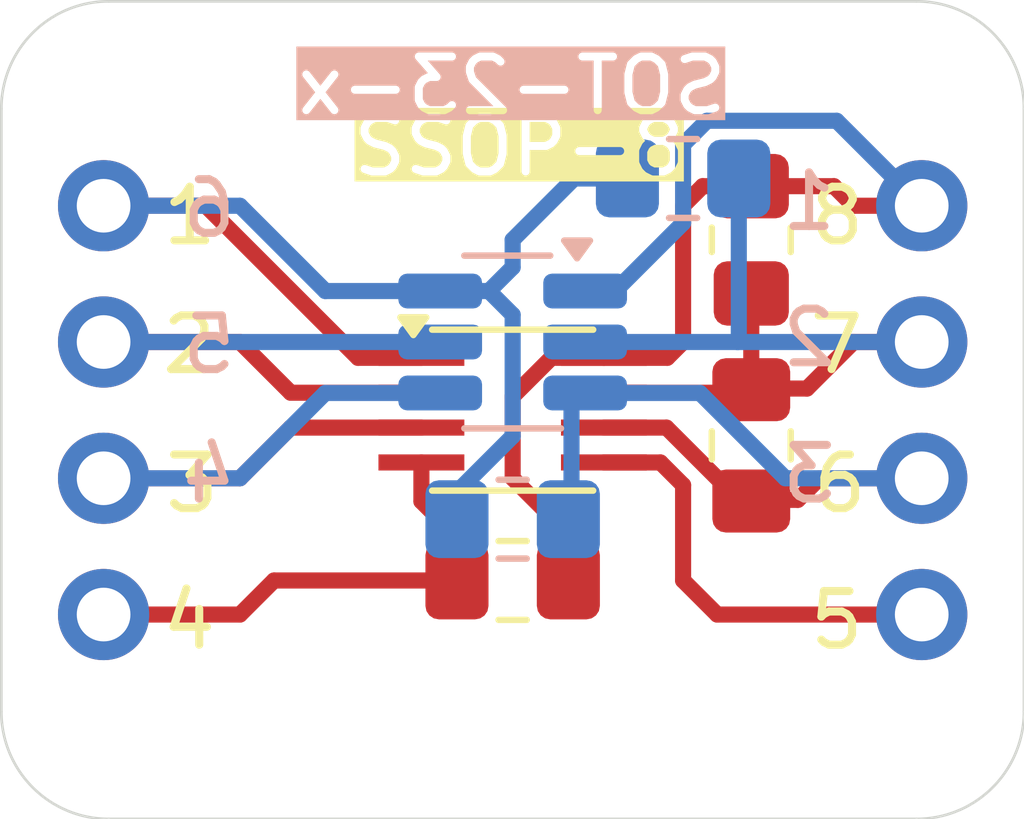
<source format=kicad_pcb>
(kicad_pcb (version 20241229) (generator "pcbnew") (generator_version "9.0")
  (layers (0 "F.Cu" signal) (2 "B.Cu" signal) (13 "F.Paste" user) (15 "B.Paste" user) (5 "F.SilkS" user "F.Silkscreen") (7 "B.SilkS" user "B.Silkscreen") (1 "F.Mask" user) (3 "B.Mask" user) (25 "Edge.Cuts" user))
  (net 0 "")
  (net 1 "PIN7")
  (net 2 "PIN6")
  (net 3 "PIN1")
  (net 4 "PIN2")
  (net 5 "PIN3")
  (net 6 "PIN5")
  (net 7 "PIN4")
  (net 8 "PIN8")
  (footprint "Capacitor_SMD:C_0805_2012Metric_Pad1.18x1.45mm_HandSolder" (layer "F.Cu") (at 116.205 83.2065 90)
    (property "Reference" "C1" (hide yes))
    (property "Value" "C" (hide yes))
    (fp_line (start -0.261253 -0.735) (end 0.261253 -0.735) (stroke (width 0.12)) (layer "F.SilkS"))
    (fp_line (start -0.261253 0.735) (end 0.261253 0.735) (stroke (width 0.12)) (layer "F.SilkS"))
    (pad "1" smd roundrect (at -1.0375 0 90) (size 1.175 1.45) (layers "F.Cu" "F.Mask" "F.Paste") (roundrect_rratio 0.212766) (net 2 "PIN6"))
    (pad "2" smd roundrect (at 1.0375 0 90) (size 1.175 1.45) (layers "F.Cu" "F.Mask" "F.Paste") (roundrect_rratio 0.212766) (net 1 "PIN7"))
  )
  (footprint "Connector_PinHeader_2.54mm:PinHeader_1x04_P2.54mm_Vertical" (layer "F.Cu") (at 119.38 86.36 180)
    (property "Reference" "J2" (hide yes))
    (property "Value" "Conn_01x04" (hide yes))
    (pad "1" thru_hole circle (at 0 0 180) (size 1.7 1.7) (drill 1) (layers "*.Cu" "*.Mask") (net 6 "PIN5"))
    (pad "2" thru_hole circle (at 0 2.54 180) (size 1.7 1.7) (drill 1) (layers "*.Cu" "*.Mask") (net 2 "PIN6"))
    (pad "3" thru_hole circle (at 0 5.079999 180) (size 1.7 1.7) (drill 1) (layers "*.Cu" "*.Mask") (net 1 "PIN7"))
    (pad "4" thru_hole circle (at 0 7.62 180) (size 1.7 1.7) (drill 1) (layers "*.Cu" "*.Mask") (net 8 "PIN8"))
  )
  (footprint "Package_SO:SSOP-8_2.95x2.8mm_P0.65mm" (layer "F.Cu") (at 111.76 82.55)
    (property "Reference" "U2" (hide yes))
    (property "Value" "74LVC1G123" (hide yes))
    (fp_line (start 1.5 -1.5) (end -1.5 -1.5) (stroke (width 0.12)) (layer "F.SilkS"))
    (fp_line (start 1.5 1.5) (end -1.5 1.5) (stroke (width 0.12)) (layer "F.SilkS"))
    (fp_poly (pts (xy -1.85 -1.4) (xy -2.09 -1.73) (xy -1.61 -1.73) (xy -1.85 -1.4)) (stroke (width 0.12)) (fill yes) (layer "F.SilkS"))
    (pad "1" smd rect (at -1.7 -0.975 270) (size 0.3 1.6) (layers "F.Cu" "F.Mask" "F.Paste") (net 3 "PIN1"))
    (pad "2" smd rect (at -1.7 -0.325 270) (size 0.3 1.6) (layers "F.Cu" "F.Mask" "F.Paste") (net 4 "PIN2"))
    (pad "3" smd rect (at -1.7 0.325 270) (size 0.3 1.6) (layers "F.Cu" "F.Mask" "F.Paste") (net 5 "PIN3"))
    (pad "4" smd rect (at -1.7 0.975 270) (size 0.3 1.6) (layers "F.Cu" "F.Mask" "F.Paste") (net 7 "PIN4"))
    (pad "5" smd rect (at 1.7 0.975 270) (size 0.3 1.6) (layers "F.Cu" "F.Mask" "F.Paste") (net 6 "PIN5"))
    (pad "6" smd rect (at 1.7 0.325 270) (size 0.3 1.6) (layers "F.Cu" "F.Mask" "F.Paste") (net 2 "PIN6"))
    (pad "7" smd rect (at 1.7 -0.325 270) (size 0.3 1.6) (layers "F.Cu" "F.Mask" "F.Paste") (net 1 "PIN7"))
    (pad "8" smd rect (at 1.7 -0.975 270) (size 0.3 1.6) (layers "F.Cu" "F.Mask" "F.Paste") (net 8 "PIN8"))
  )
  (footprint "Resistor_SMD:R_0805_2012Metric_Pad1.20x1.40mm_HandSolder" (layer "F.Cu") (at 116.205 79.375 90)
    (property "Reference" "R1" (hide yes))
    (property "Value" "R" (hide yes))
    (fp_line (start -0.227064 -0.735) (end 0.227064 -0.735) (stroke (width 0.12)) (layer "F.SilkS"))
    (fp_line (start -0.227064 0.735) (end 0.227064 0.735) (stroke (width 0.12)) (layer "F.SilkS"))
    (pad "1" smd roundrect (at -1 0 90) (size 1.2 1.4) (layers "F.Cu" "F.Mask" "F.Paste") (roundrect_rratio 0.208333) (net 1 "PIN7"))
    (pad "2" smd roundrect (at 1 0 90) (size 1.2 1.4) (layers "F.Cu" "F.Mask" "F.Paste") (roundrect_rratio 0.208333) (net 8 "PIN8"))
  )
  (footprint "Capacitor_SMD:C_0805_2012Metric_Pad1.18x1.45mm_HandSolder" (layer "F.Cu") (at 111.76 85.725)
    (property "Reference" "C3" (hide yes))
    (property "Value" "C" (hide yes))
    (fp_line (start -0.261252 -0.735) (end 0.261252 -0.735) (stroke (width 0.12)) (layer "F.SilkS"))
    (fp_line (start -0.261252 0.735) (end 0.261252 0.735) (stroke (width 0.12)) (layer "F.SilkS"))
    (pad "1" smd roundrect (at -1.0375 0) (size 1.175 1.45) (layers "F.Cu" "F.Mask" "F.Paste") (roundrect_rratio 0.212766) (net 7 "PIN4"))
    (pad "2" smd roundrect (at 1.0375 0) (size 1.175 1.45) (layers "F.Cu" "F.Mask" "F.Paste") (roundrect_rratio 0.212766) (net 8 "PIN8"))
  )
  (footprint "Connector_PinHeader_2.54mm:PinHeader_1x04_P2.54mm_Vertical" (layer "F.Cu") (at 104.14 78.74)
    (property "Reference" "J1" (hide yes))
    (property "Value" "Conn_01x04" (hide yes))
    (pad "1" thru_hole circle (at 0 0) (size 1.7 1.7) (drill 1) (layers "*.Cu" "*.Mask") (net 3 "PIN1"))
    (pad "2" thru_hole circle (at 0 2.54) (size 1.7 1.7) (drill 1) (layers "*.Cu" "*.Mask") (net 4 "PIN2"))
    (pad "3" thru_hole circle (at 0 5.08) (size 1.7 1.7) (drill 1) (layers "*.Cu" "*.Mask") (net 5 "PIN3"))
    (pad "4" thru_hole circle (at 0 7.62) (size 1.7 1.7) (drill 1) (layers "*.Cu" "*.Mask") (net 7 "PIN4"))
  )
  (footprint "Capacitor_SMD:C_0805_2012Metric_Pad1.18x1.45mm_HandSolder" (layer "B.Cu") (at 114.935 78.232 180)
    (property "Reference" "C4" (hide yes))
    (property "Value" "C")
    (fp_line (start -0.261253 0.735) (end 0.261253 0.735) (stroke (width 0.12)) (layer "B.SilkS"))
    (fp_line (start -0.261253 -0.735) (end 0.261253 -0.735) (stroke (width 0.12)) (layer "B.SilkS"))
    (pad "1" smd roundrect (at -1.0375 0 180) (size 1.175 1.45) (layers "B.Cu" "B.Mask" "B.Paste") (roundrect_rratio 0.212766) (net 1 "PIN7"))
    (pad "2" smd roundrect (at 1.0375 0 180) (size 1.175 1.45) (layers "B.Cu" "B.Mask" "B.Paste") (roundrect_rratio 0.212766) (net 3 "PIN1"))
  )
  (footprint "Capacitor_SMD:C_0805_2012Metric_Pad1.18x1.45mm_HandSolder" (layer "B.Cu") (at 111.76 84.582 180)
    (property "Reference" "C2" (hide yes))
    (property "Value" "C" (hide yes))
    (fp_line (start -0.261253 0.735) (end 0.261253 0.735) (stroke (width 0.12)) (layer "B.SilkS"))
    (fp_line (start -0.261253 -0.735) (end 0.261253 -0.735) (stroke (width 0.12)) (layer "B.SilkS"))
    (pad "1" smd roundrect (at -1.0375 0 180) (size 1.175 1.45) (layers "B.Cu" "B.Mask" "B.Paste") (roundrect_rratio 0.212766) (net 2 "PIN6"))
    (pad "2" smd roundrect (at 1.0375 0 180) (size 1.175 1.45) (layers "B.Cu" "B.Mask" "B.Paste") (roundrect_rratio 0.212766) (net 3 "PIN1"))
  )
  (footprint "Package_TO_SOT_SMD:SOT-23-6_Handsoldering" (layer "B.Cu") (at 111.76 81.28 180)
    (property "Reference" "J3" (hide yes))
    (property "Value" "Conn_01x06")
    (fp_line (start 0.1 1.61) (end 0.9 1.61) (stroke (width 0.12)) (layer "B.SilkS"))
    (fp_line (start 0.1 1.61) (end -0.7 1.61) (stroke (width 0.12)) (layer "B.SilkS"))
    (fp_line (start -0.9 -1.61) (end 0.9 -1.61) (stroke (width 0.12)) (layer "B.SilkS"))
    (fp_poly (pts (xy -1.200001 1.56) (xy -1.44 1.89) (xy -0.96 1.89) (xy -1.200001 1.56)) (stroke (width 0.12)) (fill yes) (layer "B.SilkS"))
    (pad "1" smd roundrect (at -1.35 0.95 180) (size 1.56 0.65) (layers "B.Cu" "B.Mask" "B.Paste") (net 8 "PIN8"))
    (pad "2" smd roundrect (at -1.35 0 180) (size 1.56 0.65) (layers "B.Cu" "B.Mask" "B.Paste") (net 1 "PIN7"))
    (pad "3" smd roundrect (at -1.35 -0.95 180) (size 1.56 0.65) (layers "B.Cu" "B.Mask" "B.Paste") (net 2 "PIN6"))
    (pad "4" smd roundrect (at 1.35 -0.95 180) (size 1.56 0.65) (layers "B.Cu" "B.Mask" "B.Paste") (net 5 "PIN3"))
    (pad "5" smd roundrect (at 1.35 0 180) (size 1.56 0.65) (layers "B.Cu" "B.Mask" "B.Paste") (net 4 "PIN2"))
    (pad "6" smd roundrect (at 1.35 0.95 180) (size 1.56 0.65) (layers "B.Cu" "B.Mask" "B.Paste") (net 3 "PIN1"))
  )
  (gr_arc (start 119.285 74.93) (mid 120.699214 75.515786) (end 121.285 76.93) (stroke (width 0.05)) (layer "Edge.Cuts"))
  (gr_line (start 119.285 90.17) (end 104.235 90.17) (stroke (width 0.05)) (layer "Edge.Cuts"))
  (gr_line (start 102.235 88.17) (end 102.235 76.93) (stroke (width 0.05)) (layer "Edge.Cuts"))
  (gr_arc (start 104.235 90.17) (mid 102.820786 89.584214) (end 102.235 88.17) (stroke (width 0.05)) (layer "Edge.Cuts"))
  (gr_line (start 121.285 76.93) (end 121.285 88.17) (stroke (width 0.05)) (layer "Edge.Cuts"))
  (gr_line (start 104.235 74.93) (end 119.285 74.93) (stroke (width 0.05)) (layer "Edge.Cuts"))
  (gr_arc (start 121.285 88.17) (mid 120.699214 89.584214) (end 119.285 90.17) (stroke (width 0.05)) (layer "Edge.Cuts"))
  (gr_arc (start 102.235 76.93) (mid 102.820786 75.515786) (end 104.235 74.93) (stroke (width 0.05)) (layer "Edge.Cuts"))
  (gr_text "1" (at 105.170056 79.515564 0) (layer "F.SilkS") (effects (font (size 1 1)) (justify left bottom)))
  (gr_text "3" (at 105.212226 84.507002 0) (layer "F.SilkS") (effects (font (size 1 1)) (justify left bottom)))
  (gr_text "5" (at 117.221001 87.052119 0) (layer "F.SilkS") (effects (font (size 1 1)) (justify left bottom)))
  (gr_text "8" (at 117.235056 79.515564 0) (layer "F.SilkS") (effects (font (size 1 1)) (justify left bottom)))
  (gr_text "2" (at 105.156 81.915 0) (layer "F.SilkS") (effects (font (size 1 1)) (justify left bottom)))
  (gr_text "SSOP-8" (at 108.712 78.232 0) (layer "F.SilkS" knockout) (effects (font (size 1 1)) (justify left bottom)))
  (gr_text "7" (at 117.221 81.915 0) (layer "F.SilkS") (effects (font (size 1 1)) (justify left bottom)))
  (gr_text "6" (at 117.277226 84.507002 0) (layer "F.SilkS") (effects (font (size 1 1)) (justify left bottom)))
  (gr_text "4" (at 105.156001 87.052119 0) (layer "F.SilkS") (effects (font (size 1 1)) (justify left bottom)))
  (gr_text "2" (at 117.856 81.788 0) (layer "B.SilkS") (effects (font (size 1 1)) (justify left bottom mirror)))
  (gr_text "1" (at 117.856 79.248 0) (layer "B.SilkS") (effects (font (size 1 1)) (justify left bottom mirror)))
  (gr_text "4" (at 106.68 84.328 0) (layer "B.SilkS") (effects (font (size 1 1)) (justify left bottom mirror)))
  (gr_text "SOT-23-x\n" (at 115.824 77.089 0) (layer "B.SilkS" knockout) (effects (font (size 1 1)) (justify left bottom mirror)))
  (gr_text "3" (at 117.856 84.328 0) (layer "B.SilkS") (effects (font (size 1 1)) (justify left bottom mirror)))
  (gr_text "6" (at 106.68 79.375 0) (layer "B.SilkS") (effects (font (size 1 1)) (justify left bottom mirror)))
  (gr_text "5" (at 106.68 81.915 0) (layer "B.SilkS") (effects (font (size 1 1)) (justify left bottom mirror)))
  (segment (start 118.110001 81.280001) (end 119.38 81.280001) (width 0.3) (layer "F.Cu") (net 1))
  (segment (start 113.46 82.225) (end 116.149 82.225) (width 0.3) (layer "F.Cu") (net 1))
  (segment (start 117.2425 82.1475) (end 118.11 81.28) (width 0.3) (layer "F.Cu") (net 1))
  (segment (start 116.149 82.225) (end 116.205 82.169) (width 0.3) (layer "F.Cu") (net 1))
  (segment (start 116.205 82.169) (end 116.205 82.1475) (width 0.3) (layer "F.Cu") (net 1))
  (segment (start 116.205 82.1475) (end 116.205 80.375) (width 0.3) (layer "F.Cu") (net 1))
  (segment (start 118.11 81.28) (end 118.110001 81.280001) (width 0.3) (layer "F.Cu") (net 1))
  (segment (start 116.205 82.1475) (end 117.2425 82.1475) (width 0.3) (layer "F.Cu") (net 1))
  (segment (start 115.951 81.28) (end 119.38 81.280001) (width 0.3) (layer "B.Cu") (net 1))
  (segment (start 115.9725 81.2585) (end 115.951 81.28) (width 0.3) (layer "B.Cu") (net 1))
  (segment (start 113.11 81.28) (end 115.951 81.28) (width 0.3) (layer "B.Cu") (net 1))
  (segment (start 115.9725 78.232) (end 115.9725 81.2585) (width 0.3) (layer "B.Cu") (net 1))
  (segment (start 113.46 82.875) (end 114.625 82.875) (width 0.3) (layer "F.Cu") (net 2))
  (segment (start 115.9725 84.2225) (end 116.205 84.2225) (width 0.3) (layer "F.Cu") (net 2))
  (segment (start 116.205 84.2225) (end 117.0725 84.2225) (width 0.3) (layer "F.Cu") (net 2))
  (segment (start 114.625 82.875) (end 115.9725 84.2225) (width 0.3) (layer "F.Cu") (net 2))
  (segment (start 117.475 83.82) (end 119.38 83.82) (width 0.3) (layer "F.Cu") (net 2))
  (segment (start 117.0725 84.2225) (end 117.475 83.82) (width 0.3) (layer "F.Cu") (net 2))
  (segment (start 112.856 84.0155) (end 112.4165 84.455) (width 0.3) (layer "B.Cu") (net 2))
  (segment (start 115.25 82.23) (end 116.84 83.82) (width 0.3) (layer "B.Cu") (net 2))
  (segment (start 112.856 82.23) (end 112.856 84.0155) (width 0.3) (layer "B.Cu") (net 2))
  (segment (start 113.11 82.23) (end 115.25 82.23) (width 0.3) (layer "B.Cu") (net 2))
  (segment (start 116.84 83.82) (end 119.38 83.82) (width 0.3) (layer "B.Cu") (net 2))
  (segment (start 108.88 81.575) (end 106.045 78.74) (width 0.3) (layer "F.Cu") (net 3))
  (segment (start 110.06 81.575) (end 108.88 81.575) (width 0.3) (layer "F.Cu") (net 3))
  (segment (start 106.045 78.74) (end 104.14 78.74) (width 0.3) (layer "F.Cu") (net 3))
  (segment (start 111.76 79.375) (end 111.76 79.888) (width 0.3) (layer "B.Cu") (net 3))
  (segment (start 112.903 78.232) (end 111.76 79.375) (width 0.3) (layer "B.Cu") (net 3))
  (segment (start 110.156 80.33) (end 111.318 80.33) (width 0.3) (layer "B.Cu") (net 3))
  (segment (start 110.41 80.33) (end 108.27 80.33) (width 0.3) (layer "B.Cu") (net 3))
  (segment (start 111.76 83.0365) (end 110.3415 84.455) (width 0.3) (layer "B.Cu") (net 3))
  (segment (start 106.68 78.74) (end 104.14 78.74) (width 0.3) (layer "B.Cu") (net 3))
  (segment (start 111.318 80.33) (end 111.76 80.772) (width 0.3) (layer "B.Cu") (net 3))
  (segment (start 108.27 80.33) (end 106.68 78.74) (width 0.3) (layer "B.Cu") (net 3))
  (segment (start 111.76 80.772) (end 111.76 83.0365) (width 0.3) (layer "B.Cu") (net 3))
  (segment (start 113.8975 78.232) (end 112.903 78.232) (width 0.3) (layer "B.Cu") (net 3))
  (segment (start 111.76 79.888) (end 111.318 80.33) (width 0.3) (layer "B.Cu") (net 3))
  (segment (start 106.68 81.28) (end 104.14 81.28) (width 0.3) (layer "F.Cu") (net 4))
  (segment (start 107.625 82.225) (end 106.68 81.28) (width 0.3) (layer "F.Cu") (net 4))
  (segment (start 110.06 82.225) (end 107.625 82.225) (width 0.3) (layer "F.Cu") (net 4))
  (segment (start 110.41 81.28) (end 104.14 81.28) (width 0.3) (layer "B.Cu") (net 4))
  (segment (start 110.06 82.875) (end 107.625 82.875) (width 0.3) (layer "F.Cu") (net 5))
  (segment (start 106.68 83.82) (end 104.14 83.82) (width 0.3) (layer "F.Cu") (net 5))
  (segment (start 107.625 82.875) (end 106.68 83.82) (width 0.3) (layer "F.Cu") (net 5))
  (segment (start 108.27 82.23) (end 106.68 83.82) (width 0.3) (layer "B.Cu") (net 5))
  (segment (start 106.68 83.82) (end 104.14 83.82) (width 0.3) (layer "B.Cu") (net 5))
  (segment (start 108.27 82.23) (end 110.41 82.23) (width 0.3) (layer "B.Cu") (net 5))
  (segment (start 119.38 86.36) (end 115.57 86.36) (width 0.3) (layer "F.Cu") (net 6))
  (segment (start 114.935 85.725) (end 114.935 83.947) (width 0.3) (layer "F.Cu") (net 6))
  (segment (start 114.513 83.525) (end 113.46 83.525) (width 0.3) (layer "F.Cu") (net 6))
  (segment (start 115.57 86.36) (end 114.935 85.725) (width 0.3) (layer "F.Cu") (net 6))
  (segment (start 114.935 83.947) (end 114.513 83.525) (width 0.3) (layer "F.Cu") (net 6))
  (segment (start 104.14 86.36) (end 106.68 86.36) (width 0.3) (layer "F.Cu") (net 7))
  (segment (start 110.7225 85.725) (end 110.7225 84.9125) (width 0.3) (layer "F.Cu") (net 7))
  (segment (start 106.68 86.36) (end 107.315 85.725) (width 0.3) (layer "F.Cu") (net 7))
  (segment (start 107.315 85.725) (end 110.7225 85.725) (width 0.3) (layer "F.Cu") (net 7))
  (segment (start 110.7225 84.9125) (end 110.06 84.25) (width 0.3) (layer "F.Cu") (net 7))
  (segment (start 110.06 84.25) (end 110.06 83.525) (width 0.3) (layer "F.Cu") (net 7))
  (segment (start 114.935 81.28) (end 114.64 81.575) (width 0.3) (layer "F.Cu") (net 8))
  (segment (start 111.76 82.296) (end 112.481 81.575) (width 0.3) (layer "F.Cu") (net 8))
  (segment (start 116.205 78.375) (end 117.745 78.375) (width 0.3) (layer "F.Cu") (net 8))
  (segment (start 118.11 78.74) (end 119.38 78.74) (width 0.3) (layer "F.Cu") (net 8))
  (segment (start 115.3 78.375) (end 114.935 78.74) (width 0.3) (layer "F.Cu") (net 8))
  (segment (start 112.7975 85.725) (end 112.7975 84.8575) (width 0.3) (layer "F.Cu") (net 8))
  (segment (start 116.205 78.375) (end 115.3 78.375) (width 0.3) (layer "F.Cu") (net 8))
  (segment (start 112.7975 84.8575) (end 111.76 83.82) (width 0.3) (layer "F.Cu") (net 8))
  (segment (start 114.935 78.74) (end 114.935 81.28) (width 0.3) (layer "F.Cu") (net 8))
  (segment (start 117.745 78.375) (end 118.11 78.74) (width 0.3) (layer "F.Cu") (net 8))
  (segment (start 112.481 81.575) (end 113.46 81.575) (width 0.3) (layer "F.Cu") (net 8))
  (segment (start 114.64 81.575) (end 113.46 81.575) (width 0.3) (layer "F.Cu") (net 8))
  (segment (start 111.76 83.82) (end 111.76 82.296) (width 0.3) (layer "F.Cu") (net 8))
  (segment (start 113.11 80.33) (end 113.66687 80.33) (width 0.3) (layer "B.Cu") (net 8))
  (segment (start 115.37913 77.156) (end 117.796 77.156) (width 0.3) (layer "B.Cu") (net 8))
  (segment (start 113.66687 80.33) (end 114.935 79.06187) (width 0.3) (layer "B.Cu") (net 8))
  (segment (start 117.796 77.156) (end 119.38 78.74) (width 0.3) (layer "B.Cu") (net 8))
  (segment (start 114.935 77.60013) (end 115.37913 77.156) (width 0.3) (layer "B.Cu") (net 8))
  (segment (start 114.935 79.06187) (end 114.935 77.60013) (width 0.3) (layer "B.Cu") (net 8))
)
</source>
